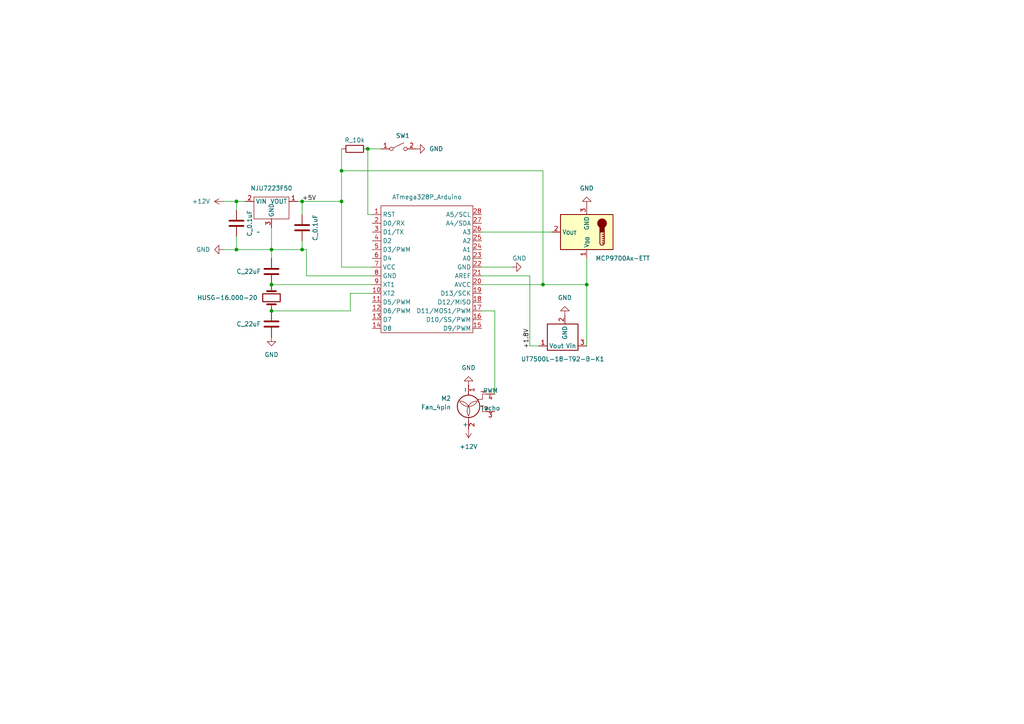
<source format=kicad_sch>
(kicad_sch (version 20230121) (generator eeschema)
  (paper "A4")
  (lib_symbols
    (symbol "Device:C" (pin_numbers hide) (pin_names (offset 0.254))
      (property "Reference" "C" (at 0.635 2.54 0))
      (property "Value" "C" (at 0.635 -2.54 0))
      (symbol "C_0_1"
        (polyline (pts (xy -2.032 -0.762) (xy 2.032 -0.762)) (stroke (width 0.508)))
        (polyline (pts (xy -2.032 0.762) (xy 2.032 0.762)) (stroke (width 0.508)))
      )
      (symbol "C_1_1"
        (pin passive line (at 0 3.81 270) (length 2.794) (name "~") (number "1"))
        (pin passive line (at 0 -3.81 90) (length 2.794) (name "~") (number "2"))
      )
    )
    (symbol "Device:Crystal" (pin_numbers hide) (pin_names (offset 1.016) hide)
      (property "Reference" "Y" (at 0 3.81 0))
      (property "Value" "Crystal" (at 0 -3.81 0))
      (symbol "Crystal_0_1"
        (rectangle (start -1.143 2.54) (end 1.143 -2.54) (stroke (width 0.3048)))
        (polyline (pts (xy -2.54 0) (xy -1.905 0)))
        (polyline (pts (xy -1.905 -1.27) (xy -1.905 1.27)) (stroke (width 0.508)))
        (polyline (pts (xy 1.905 -1.27) (xy 1.905 1.27)) (stroke (width 0.508)))
        (polyline (pts (xy 2.54 0) (xy 1.905 0)))
      )
      (symbol "Crystal_1_1"
        (pin passive line (at -3.81 0 0) (length 1.27) (name "1") (number "1"))
        (pin passive line (at 3.81 0 180) (length 1.27) (name "2") (number "2"))
      )
    )
    (symbol "Device:R" (pin_numbers hide) (pin_names (offset 0))
      (property "Reference" "R" (at 2.032 0 90))
      (property "Value" "R" (at 0 0 90))
      (symbol "R_0_1"
        (rectangle (start -1.016 -2.54) (end 1.016 2.54) (stroke (width 0.254)))
      )
      (symbol "R_1_1"
        (pin passive line (at 0 3.81 270) (length 1.27) (name "~") (number "1"))
        (pin passive line (at 0 -3.81 90) (length 1.27) (name "~") (number "2"))
      )
    )
    (symbol "Motor:Fan_4pin" (pin_names (offset 0))
      (property "Reference" "M" (at 2.54 5.08 0))
      (property "Value" "Fan_4pin" (at 2.54 -2.54 0))
      (symbol "Fan_4pin_0_0"
        (arc (start -5.588 1.524) (mid -5.08 1.0182) (end -4.572 1.524))
        (arc (start -5.08 2.032) (mid -5.4392 1.8832) (end -5.588 1.524))
        (polyline (pts (xy -5.08 2.032) (xy -5.334 2.159)))
        (polyline (pts (xy -5.08 2.032) (xy -5.207 1.778)))
        (polyline (pts (xy -4.064 2.54) (xy -4.064 1.016) (xy -3.302 1.016)))
      )
      (symbol "Fan_4pin_0_1"
        (arc (start -2.54 -0.508) (mid 0.0028 0.9121) (end 0 3.81))
        (polyline (pts (xy -4.064 2.54) (xy -5.08 2.54)))
        (polyline (pts (xy 0 -5.08) (xy 0 -4.572)))
        (polyline (pts (xy 0 -2.2352) (xy 0 -2.6416)))
        (polyline (pts (xy 0 4.2672) (xy 0 4.6228)))
        (polyline (pts (xy 0 4.572) (xy 0 5.08)))
        (polyline (pts (xy -2.54 -1.016) (xy -4.064 -1.016) (xy -4.064 -2.54) (xy -5.08 -2.54)))
        (polyline (pts (xy -5.334 -3.302) (xy -5.08 -3.302) (xy -5.08 -3.048) (xy -4.826 -3.048) (xy -4.826 -3.302) (xy -4.318 -3.302) (xy -4.318 -3.048) (xy -4.064 -3.048) (xy -4.064 -3.302) (xy -3.556 -3.302)))
        (circle (center 0 1.016) (radius 3.2512) (stroke (width 0.254)))
        (arc (start 0 3.81) (mid 0.053 0.921) (end 2.54 -0.508))
        (arc (start 2.54 -0.508) (mid 0 1.0618) (end -2.54 -0.508))
      )
      (symbol "Fan_4pin_1_1"
        (pin passive line (at 0 -5.08 90) (length 2.54) (name "-") (number "1"))
        (pin passive line (at 0 7.62 270) (length 2.54) (name "+") (number "2"))
        (pin passive line (at -7.62 2.54 0) (length 2.54) (name "Tacho") (number "3"))
        (pin input line (at -7.62 -2.54 0) (length 2.54) (name "PWM") (number "4"))
      )
    )
    (symbol "Ore:ATmega328P_Arduino"
      (property "Reference" "U" (at 0 0 0))
      (property "Value" "ATmega328P_Arduino" (at 11.43 0 0))
      (symbol "ATmega328P_Arduino_0_1"
        (rectangle (start 2.54 39.37) (end 29.21 2.54))
      )
      (symbol "ATmega328P_Arduino_1_1"
        (pin power_in line (at 0 36.83 0) (length 2.54) (name "RST") (number "1"))
        (pin passive line (at 0 13.97 0) (length 2.54) (name "XT2") (number "10"))
        (pin bidirectional line (at 0 11.43 0) (length 2.54) (name "D5/PWM") (number "11"))
        (pin bidirectional line (at 0 8.89 0) (length 2.54) (name "D6/PWM") (number "12"))
        (pin bidirectional line (at 0 6.35 0) (length 2.54) (name "D7") (number "13"))
        (pin bidirectional line (at 0 3.81 0) (length 2.54) (name "D8") (number "14"))
        (pin bidirectional line (at 31.75 3.81 180) (length 2.54) (name "D9/PWM") (number "15"))
        (pin bidirectional line (at 31.75 6.35 180) (length 2.54) (name "D10/SS/PWM") (number "16"))
        (pin bidirectional line (at 31.75 8.89 180) (length 2.54) (name "D11/MOS1/PWM") (number "17"))
        (pin bidirectional line (at 31.75 11.43 180) (length 2.54) (name "D12/MISO") (number "18"))
        (pin bidirectional line (at 31.75 13.97 180) (length 2.54) (name "D13/SCK") (number "19"))
        (pin bidirectional line (at 0 34.29 0) (length 2.54) (name "D0/RX") (number "2"))
        (pin power_in line (at 31.75 16.51 180) (length 2.54) (name "AVCC") (number "20"))
        (pin power_in line (at 31.75 19.05 180) (length 2.54) (name "AREF") (number "21"))
        (pin power_out line (at 31.75 21.59 180) (length 2.54) (name "GND") (number "22"))
        (pin output line (at 31.75 24.13 180) (length 2.54) (name "A0") (number "23"))
        (pin output line (at 31.75 26.67 180) (length 2.54) (name "A1") (number "24"))
        (pin output line (at 31.75 29.21 180) (length 2.54) (name "A2") (number "25"))
        (pin output line (at 31.75 31.75 180) (length 2.54) (name "A3") (number "26"))
        (pin output line (at 31.75 34.29 180) (length 2.54) (name "A4/SDA") (number "27"))
        (pin output line (at 31.75 36.83 180) (length 2.54) (name "A5/SCL") (number "28"))
        (pin bidirectional line (at 0 31.75 0) (length 2.54) (name "D1/TX") (number "3"))
        (pin bidirectional line (at 0 29.21 0) (length 2.54) (name "D2") (number "4"))
        (pin bidirectional line (at 0 26.67 0) (length 2.54) (name "D3/PWM") (number "5"))
        (pin bidirectional line (at 0 24.13 0) (length 2.54) (name "D4") (number "6"))
        (pin power_in line (at 0 21.59 0) (length 2.54) (name "VCC") (number "7"))
        (pin power_out line (at 0 19.05 0) (length 2.54) (name "GND") (number "8"))
        (pin passive line (at 0 16.51 0) (length 2.54) (name "XT1") (number "9"))
      )
    )
    (symbol "Ore:NJU7223F50"
      (property "Reference" "NJU7223F50" (at 11.43 1.27 0))
      (symbol "NJU7223F50_0_1"
        (rectangle (start -1.27 10.16) (end 8.89 3.81))
      )
      (symbol "NJU7223F50_1_1"
        (pin output line (at 11.43 8.89 180) (length 2.54) (name "VOUT") (number "1"))
        (pin power_in line (at -3.81 8.89 0) (length 2.54) (name "VIN") (number "2"))
        (pin power_out line (at 3.81 1.27 90) (length 2.54) (name "GND") (number "3"))
      )
    )
    (symbol "Ore:UT7500L-18-T92-B-K"
      (property "Reference" "UT7500L-18-T92-B-K" (at 17.78 8.89 0))
      (symbol "UT7500L-18-T92-B-K_1_1"
        (rectangle (start 1.27 17.78) (end 10.16 10.16) (stroke (width 0.254)))
        (pin output line (at 12.7 16.51 180) (length 2.54) (name "Vout") (number "1"))
        (pin power_out line (at 5.08 7.62 90) (length 2.54) (name "GND") (number "2"))
        (pin power_in line (at -1.27 16.51 0) (length 2.54) (name "Vin") (number "3"))
      )
    )
    (symbol "Sensor_Temperature:MCP9700Ax-ETT"
      (property "Reference" "U" (at -6.35 6.35 0))
      (property "Value" "MCP9700Ax-ETT" (at 1.27 6.35 0))
      (symbol "MCP9700Ax-ETT_0_1"
        (rectangle (start -7.62 5.08) (end 7.62 -5.08) (stroke (width 0.254)) (fill (type background)))
        (circle (center -4.445 -2.54) (radius 1.27) (stroke (width 0.254)) (fill (type outline)))
        (rectangle (start -3.81 -1.905) (end -5.08 0) (stroke (width 0.254)) (fill (type outline)))
        (arc (start -3.81 3.175) (mid -4.445 3.8073) (end -5.08 3.175) (stroke (width 0.254)))
        (polyline (pts (xy -5.08 0.635) (xy -4.445 0.635)) (stroke (width 0.254)))
        (polyline (pts (xy -5.08 1.27) (xy -4.445 1.27)) (stroke (width 0.254)))
        (polyline (pts (xy -5.08 1.905) (xy -4.445 1.905)) (stroke (width 0.254)))
        (polyline (pts (xy -5.08 2.54) (xy -4.445 2.54)) (stroke (width 0.254)))
        (polyline (pts (xy -5.08 3.175) (xy -5.08 0)) (stroke (width 0.254)))
        (polyline (pts (xy -5.08 3.175) (xy -4.445 3.175)) (stroke (width 0.254)))
        (polyline (pts (xy -3.81 3.175) (xy -3.81 0)) (stroke (width 0.254)))
      )
      (symbol "MCP9700Ax-ETT_1_1"
        (pin power_in line (at 0 7.62 270) (length 2.54) (name "V_{DD}") (number "1"))
        (pin output line (at 10.16 0 180) (length 2.54) (name "V_{OUT}") (number "2"))
        (pin power_in line (at 0 -7.62 90) (length 2.54) (name "GND") (number "3"))
      )
    )
    (symbol "Switch:SW_SPST" (pin_names (offset 0) hide)
      (property "Reference" "SW" (at 0 3.175 0))
      (property "Value" "SW_SPST" (at 0 -2.54 0))
      (symbol "SW_SPST_0_0"
        (circle (center -2.032 0) (radius 0.508))
        (polyline (pts (xy -1.524 0.254) (xy 1.524 1.778)))
        (circle (center 2.032 0) (radius 0.508))
      )
      (symbol "SW_SPST_1_1"
        (pin passive line (at -5.08 0 0) (length 2.54) (name "A") (number "1"))
        (pin passive line (at 5.08 0 180) (length 2.54) (name "B") (number "2"))
      )
    )
    (symbol "power:+12V" (power) (pin_names (offset 0))
      (property "Value" "+12V" (at 0 3.556 0))
      (symbol "+12V_0_1"
        (polyline (pts (xy -0.762 1.27) (xy 0 2.54)))
        (polyline (pts (xy 0 0) (xy 0 2.54)))
        (polyline (pts (xy 0 2.54) (xy 0.762 1.27)))
      )
      (symbol "+12V_1_1"
        (pin power_in line (at 0 0 90) (length 0) hide (name "+12V") (number "1"))
      )
    )
    (symbol "power:GND" (power) (pin_names (offset 0))
      (property "Value" "GND" (at 0 -3.81 0))
      (symbol "GND_0_1"
        (polyline (pts (xy 0 0) (xy 0 -1.27) (xy 1.27 -1.27) (xy 0 -2.54) (xy -1.27 -1.27) (xy 0 -1.27)))
      )
      (symbol "GND_1_1"
        (pin power_in line (at 0 0 270) (length 0) hide (name "GND") (number "1"))
      )
    )
  )
  (junction (at 170.18 82.55))
  (junction (at 99.06 49.53))
  (junction (at 78.74 82.55))
  (junction (at 68.58 58.42))
  (junction (at 78.74 72.39))
  (junction (at 68.58 72.39))
  (junction (at 78.74 90.17))
  (junction (at 157.48 82.55))
  (junction (at 87.63 72.39))
  (junction (at 99.06 58.42))
  (junction (at 87.63 58.42))
  (junction (at 106.68 43.18))
  (wire (pts (xy 143.51 90.17) (xy 139.7 90.17)))
  (wire (pts (xy 78.74 66.04) (xy 78.74 72.39)))
  (wire (pts (xy 87.63 72.39) (xy 78.74 72.39)))
  (wire (pts (xy 107.95 80.01) (xy 88.9 80.01)))
  (wire (pts (xy 106.68 62.23) (xy 107.95 62.23)))
  (wire (pts (xy 86.36 58.42) (xy 87.63 58.42)))
  (wire (pts (xy 68.58 72.39) (xy 78.74 72.39)))
  (wire (pts (xy 157.48 82.55) (xy 170.18 82.55)))
  (wire (pts (xy 170.18 82.55) (xy 170.18 100.33)))
  (wire (pts (xy 153.67 80.01) (xy 153.67 100.33)))
  (wire (pts (xy 106.68 43.18) (xy 110.49 43.18)))
  (wire (pts (xy 106.68 43.18) (xy 106.68 62.23)))
  (wire (pts (xy 101.6 85.09) (xy 107.95 85.09)))
  (wire (pts (xy 87.63 69.85) (xy 87.63 72.39)))
  (wire (pts (xy 87.63 58.42) (xy 99.06 58.42)))
  (wire (pts (xy 101.6 90.17) (xy 101.6 85.09)))
  (wire (pts (xy 148.59 77.47) (xy 139.7 77.47)))
  (wire (pts (xy 78.74 82.55) (xy 107.95 82.55)))
  (wire (pts (xy 153.67 80.01) (xy 139.7 80.01)))
  (wire (pts (xy 87.63 58.42) (xy 87.63 62.23)))
  (wire (pts (xy 64.77 72.39) (xy 68.58 72.39)))
  (wire (pts (xy 156.21 100.33) (xy 153.67 100.33)))
  (wire (pts (xy 99.06 43.18) (xy 99.06 49.53)))
  (wire (pts (xy 88.9 72.39) (xy 87.63 72.39)))
  (wire (pts (xy 68.58 58.42) (xy 68.58 60.96)))
  (wire (pts (xy 64.77 58.42) (xy 68.58 58.42)))
  (wire (pts (xy 99.06 58.42) (xy 99.06 77.47)))
  (wire (pts (xy 78.74 72.39) (xy 78.74 74.93)))
  (wire (pts (xy 143.51 114.3) (xy 143.51 90.17)))
  (wire (pts (xy 139.7 67.31) (xy 160.02 67.31)))
  (wire (pts (xy 68.58 58.42) (xy 71.12 58.42)))
  (wire (pts (xy 99.06 49.53) (xy 157.48 49.53)))
  (wire (pts (xy 99.06 77.47) (xy 107.95 77.47)))
  (wire (pts (xy 78.74 90.17) (xy 101.6 90.17)))
  (wire (pts (xy 99.06 49.53) (xy 99.06 58.42)))
  (wire (pts (xy 88.9 80.01) (xy 88.9 72.39)))
  (wire (pts (xy 68.58 68.58) (xy 68.58 72.39)))
  (wire (pts (xy 157.48 49.53) (xy 157.48 82.55)))
  (wire (pts (xy 170.18 74.93) (xy 170.18 82.55)))
  (wire (pts (xy 139.7 82.55) (xy 157.48 82.55)))
  (label "+5V" (at 87.63 58.42 0))
  (label "+1.8V" (at 153.67 95.25 270))
  (symbol (lib_id "Device:C") (at 68.58 64.77 0) (unit 1)
    (property "Reference" "C_0.1uF" (at 72.39 64.77 90))
    (property "Value" "C" (effects hide))
  )
  (symbol (lib_id "Device:R") (at 102.87 43.18 270) (unit 1)
    (property "Reference" "R_10k" (at 102.87 40.64 90))
    (property "Value" "R" (effects hide))
  )
  (symbol (lib_id "power:GND") (at 170.18 59.69 180) (unit 1)
    (property "Reference" "#PWR07" (effects hide))
    (property "Value" "GND" (at 170.18 54.61 0))
  )
  (symbol (lib_id "Sensor_Temperature:MCP9700Ax-ETT") (at 170.18 67.31 180) (unit 1)
    (property "Reference" "U4" (effects hide))
    (property "Value" "MCP9700Ax-ETT" (at 172.72 74.93 0) (effects (justify right)))
    (property "Footprint" "Package_TO_SOT_SMD:SOT-23" (effects hide))
    (property "Datasheet" "http://ww1.microchip.com/downloads/en/devicedoc/20001942g.pdf" (effects hide))
  )
  (symbol (lib_id "power:GND") (at 78.74 97.79 0) (unit 1)
    (property "Reference" "#PWR05" (effects hide))
    (property "Value" "GND" (at 78.74 102.87 0))
  )
  (symbol (lib_id "power:GND") (at 135.89 111.76 180) (unit 1)
    (property "Reference" "#PWR010" (effects hide))
    (property "Value" "GND" (at 135.89 106.68 0))
  )
  (symbol (lib_id "Switch:SW_SPST") (at 115.57 43.18 0) (unit 1)
    (property "Reference" "SW1" (at 116.84 39.37 0))
    (property "Value" "SW_SPST" (effects hide))
  )
  (symbol (lib_id "Device:C") (at 78.74 78.74 0) (unit 1)
    (property "Reference" "C_22uF" (at 68.58 78.74 0) (effects (justify left)))
    (property "Value" "C" (effects hide))
  )
  (symbol (lib_id "Ore:UT7500L-18-T92-B-K") (at 168.91 83.82 180) (unit 1)
    (property "Reference" "UT7500L-18-T92-B-K1" (at 163.195 104.14 0))
  )
  (symbol (lib_id "power:+12V") (at 135.89 124.46 180) (unit 1)
    (property "Reference" "#PWR09" (effects hide))
    (property "Value" "+12V" (at 135.89 129.54 0))
  )
  (symbol (lib_id "power:GND") (at 120.65 43.18 90) (unit 1)
    (property "Reference" "#PWR01" (effects hide))
    (property "Value" "GND" (at 124.46 43.18 90) (effects (justify right)))
  )
  (symbol (lib_id "Device:C") (at 87.63 66.04 0) (unit 1)
    (property "Reference" "C_0.1uF" (at 91.44 66.04 90))
    (property "Value" "C" (effects hide))
  )
  (symbol (lib_id "Device:Crystal") (at 78.74 86.36 90) (unit 1)
    (property "Reference" "HUSG-16.000-20" (at 57.15 86.36 90) (effects (justify right)))
    (property "Value" "Crystal" (effects hide))
  )
  (symbol (lib_id "Ore:ATmega328P_Arduino") (at 107.95 99.06 0) (unit 1)
    (property "Reference" "U3" (effects hide))
    (property "Value" "ATmega328P_Arduino" (at 123.825 57.15 0))
  )
  (symbol (lib_id "power:GND") (at 163.83 91.44 180) (unit 1)
    (property "Reference" "#PWR03" (effects hide))
    (property "Value" "GND" (at 163.83 86.36 0))
  )
  (symbol (lib_id "power:GND") (at 64.77 72.39 270) (unit 1)
    (property "Reference" "#PWR04" (effects hide))
    (property "Value" "GND" (at 60.96 72.39 90) (effects (justify right)))
  )
  (symbol (lib_id "Device:C") (at 78.74 93.98 0) (unit 1)
    (property "Reference" "C_22uF" (at 68.58 93.98 0) (effects (justify left)))
    (property "Value" "22uF" (effects hide))
  )
  (symbol (lib_id "Motor:Fan_4pin") (at 135.89 116.84 180) (unit 1)
    (property "Reference" "M2" (at 130.81 115.57 0) (effects (justify left)))
    (property "Value" "Fan_4pin" (at 130.81 118.11 0) (effects (justify left)))
    (property "Datasheet" "http://www.formfactors.org/developer%5Cspecs%5Crev1_2_public.pdf" (effects hide))
  )
  (symbol (lib_id "power:+12V") (at 64.77 58.42 90) (unit 1)
    (property "Reference" "#PWR06" (effects hide))
    (property "Value" "+12V" (at 60.96 58.42 90) (effects (justify left)))
  )
  (symbol (lib_id "Ore:NJU7223F50") (at 74.93 67.31 0) (unit 1)
    (property "Reference" "NJU7223F50" (at 78.74 54.61 0))
    (property "Value" "~" (at 74.93 67.31 0))
  )
  (symbol (lib_id "power:GND") (at 148.59 77.47 90) (unit 1)
    (property "Reference" "#PWR08" (effects hide))
    (property "Value" "GND" (at 148.59 74.93 90) (effects (justify right)))
  )
)
</source>
